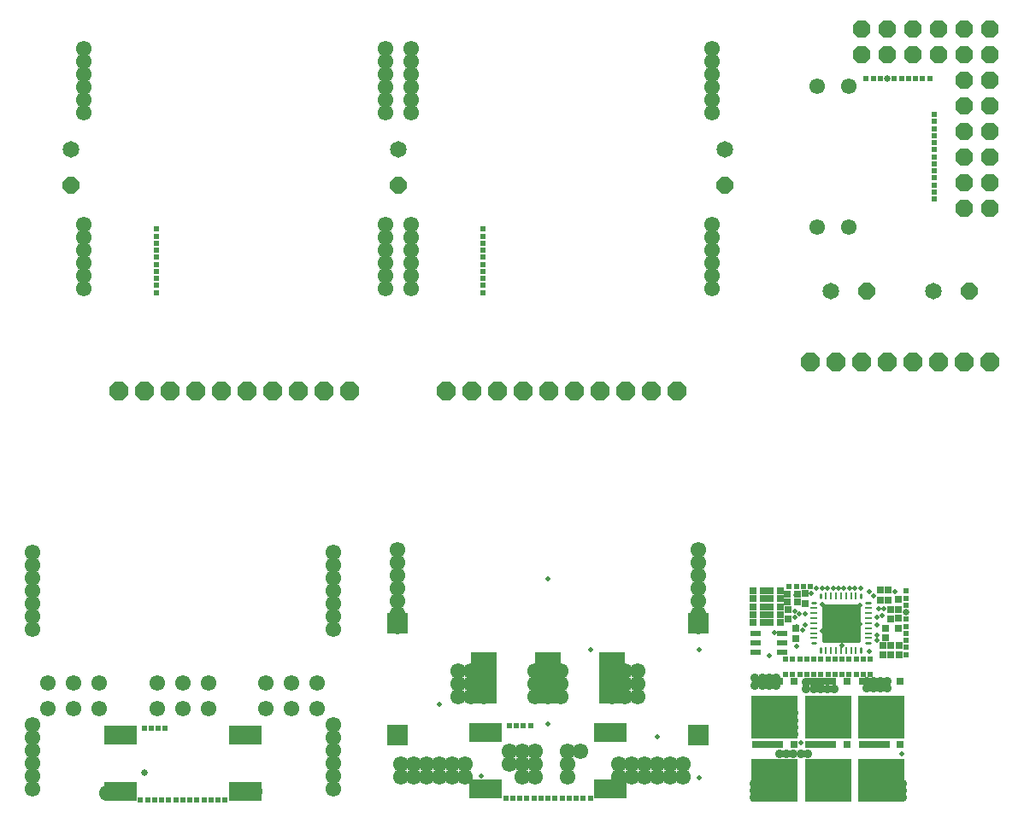
<source format=gbr>
G04 EAGLE Gerber RS-274X export*
G75*
%MOMM*%
%FSLAX34Y34*%
%LPD*%
%INSoldermask Bottom*%
%IPPOS*%
%AMOC8*
5,1,8,0,0,1.08239X$1,22.5*%
G01*
%ADD10C,0.280800*%
%ADD11R,0.280800X0.650800*%
%ADD12R,0.650800X0.280800*%
%ADD13C,0.225047*%
%ADD14R,4.550800X4.250800*%
%ADD15R,3.150800X0.750800*%
%ADD16R,0.750800X0.750800*%
%ADD17R,0.750800X0.650800*%
%ADD18R,0.650800X0.750800*%
%ADD19R,1.050800X0.550800*%
%ADD20P,1.787026X8X22.500000*%
%ADD21C,1.651000*%
%ADD22C,0.609600*%
%ADD23C,0.660400*%
%ADD24C,1.550800*%
%ADD25P,1.869504X8X22.500000*%
%ADD26P,1.869504X8X292.500000*%
%ADD27P,1.979475X8X112.500000*%
%ADD28P,1.787026X8X292.500000*%
%ADD29R,3.250800X1.850800*%
%ADD30R,2.590800X5.130800*%
%ADD31R,2.050800X2.050800*%
%ADD32C,0.504800*%
%ADD33C,0.875800*%
%ADD34C,0.654800*%


D10*
X843214Y262679D02*
X843214Y266379D01*
D11*
X838214Y264529D03*
X833214Y264529D03*
X828214Y264529D03*
X823214Y264529D03*
X818214Y264529D03*
X813214Y264529D03*
X808214Y264529D03*
D10*
X803214Y262679D02*
X803214Y266379D01*
X798064Y271529D02*
X794364Y271529D01*
D12*
X796214Y276529D03*
X796214Y281529D03*
X796214Y286529D03*
X796214Y291529D03*
X796214Y296529D03*
X796214Y301529D03*
X796214Y306529D03*
D10*
X794364Y311529D02*
X798064Y311529D01*
X803214Y316679D02*
X803214Y320379D01*
D11*
X808214Y318529D03*
X813214Y318529D03*
X818214Y318529D03*
X823214Y318529D03*
X828214Y318529D03*
X833214Y318529D03*
X838214Y318529D03*
D10*
X843214Y320379D02*
X843214Y316679D01*
X848364Y311529D02*
X852064Y311529D01*
D12*
X850214Y306529D03*
X850214Y301529D03*
X850214Y296529D03*
X850214Y291529D03*
X850214Y286529D03*
X850214Y281529D03*
X850214Y276529D03*
D10*
X852064Y271529D02*
X848364Y271529D01*
D13*
X840843Y273900D02*
X840843Y309158D01*
X840843Y273900D02*
X805585Y273900D01*
X805585Y309158D01*
X840843Y309158D01*
X840843Y276037D02*
X805585Y276037D01*
X805585Y278174D02*
X840843Y278174D01*
X840843Y280311D02*
X805585Y280311D01*
X805585Y282448D02*
X840843Y282448D01*
X840843Y284585D02*
X805585Y284585D01*
X805585Y286722D02*
X840843Y286722D01*
X840843Y288859D02*
X805585Y288859D01*
X805585Y290996D02*
X840843Y290996D01*
X840843Y293133D02*
X805585Y293133D01*
X805585Y295270D02*
X840843Y295270D01*
X840843Y297407D02*
X805585Y297407D01*
X805585Y299544D02*
X840843Y299544D01*
X840843Y301681D02*
X805585Y301681D01*
X805585Y303818D02*
X840843Y303818D01*
X840843Y305955D02*
X805585Y305955D01*
X805585Y308092D02*
X840843Y308092D01*
D14*
X757727Y135491D03*
D15*
X750727Y170991D03*
D16*
X776727Y170991D03*
D14*
X757727Y198229D03*
D15*
X750727Y233729D03*
D16*
X776727Y233729D03*
D14*
X810495Y198229D03*
D15*
X803495Y233729D03*
D16*
X829495Y233729D03*
D14*
X810495Y135491D03*
D15*
X803495Y170991D03*
D16*
X829495Y170991D03*
D14*
X863264Y135491D03*
D15*
X856264Y170991D03*
D16*
X882264Y170991D03*
D14*
X863264Y198229D03*
D15*
X856264Y233729D03*
D16*
X882264Y233729D03*
D17*
X862013Y323961D03*
X862013Y313961D03*
X872617Y305292D03*
X872617Y295292D03*
X880491Y315261D03*
X880491Y305261D03*
X880491Y296656D03*
X880491Y286656D03*
X867029Y276623D03*
X867029Y286623D03*
X869887Y323961D03*
X869887Y313961D03*
X872744Y259605D03*
X872744Y269605D03*
X787527Y320913D03*
X787527Y310913D03*
X864870Y259605D03*
X864870Y269605D03*
D18*
X753254Y307721D03*
X763254Y307721D03*
X736363Y299847D03*
X746363Y299847D03*
X763254Y299847D03*
X753254Y299847D03*
D17*
X770636Y305165D03*
X770636Y295165D03*
D18*
X753254Y323469D03*
X763254Y323469D03*
X736363Y323469D03*
X746363Y323469D03*
X763254Y291973D03*
X753254Y291973D03*
X746363Y315595D03*
X736363Y315595D03*
X746363Y307721D03*
X736363Y307721D03*
D19*
X765366Y281496D03*
X765366Y271996D03*
X765366Y262496D03*
X738366Y281496D03*
X738366Y271996D03*
X738366Y262496D03*
D18*
X746363Y291973D03*
X736363Y291973D03*
X763254Y315595D03*
X753254Y315595D03*
X780145Y320421D03*
X770145Y320421D03*
X770145Y312547D03*
X780145Y312547D03*
D20*
X849122Y620522D03*
D21*
X813562Y620522D03*
D20*
X950722Y620522D03*
D21*
X915162Y620522D03*
D22*
X810451Y255969D03*
X803466Y255969D03*
X796481Y255969D03*
X789496Y255969D03*
X782511Y255969D03*
X775526Y255969D03*
X768541Y255969D03*
X817436Y255969D03*
X824421Y255969D03*
X831406Y255969D03*
X838391Y255969D03*
X845376Y255969D03*
X852361Y255969D03*
X888175Y323279D03*
X888175Y316294D03*
X888175Y309309D03*
D23*
X888175Y302324D03*
D22*
X888175Y295339D03*
X888175Y288354D03*
X888175Y281369D03*
X888175Y274384D03*
X888175Y267399D03*
X888175Y260414D03*
X792988Y327597D03*
X786003Y327597D03*
X779018Y327597D03*
X772033Y327597D03*
X768541Y240919D03*
X775526Y240919D03*
X782511Y240919D03*
X789496Y240919D03*
X796481Y240919D03*
X803466Y240919D03*
X810451Y240919D03*
X817436Y240919D03*
X824421Y240919D03*
X831406Y240919D03*
X838391Y240919D03*
X845376Y240919D03*
X852361Y240919D03*
D17*
X778129Y276115D03*
X778129Y286115D03*
X880618Y259605D03*
X880618Y269605D03*
D22*
X915670Y753872D03*
X915670Y746887D03*
X915670Y739902D03*
X915670Y732917D03*
X915670Y725932D03*
X915670Y718947D03*
X915670Y711962D03*
X915670Y760857D03*
X915670Y767842D03*
X915670Y774827D03*
X915670Y781812D03*
X915670Y788797D03*
X915670Y795782D03*
X848360Y831596D03*
X855345Y831596D03*
X862330Y831596D03*
D23*
X869315Y831596D03*
D22*
X876300Y831596D03*
X883285Y831596D03*
X890270Y831596D03*
X897255Y831596D03*
X904240Y831596D03*
X911225Y831596D03*
D24*
X799592Y684276D03*
X831342Y684276D03*
X799592Y823468D03*
X831342Y823468D03*
D25*
X844042Y855472D03*
X844042Y880872D03*
X869442Y855472D03*
X869442Y880872D03*
X894842Y855472D03*
X894842Y880872D03*
X920242Y855472D03*
X920242Y880872D03*
D26*
X945642Y880872D03*
X971042Y880872D03*
X945642Y855472D03*
X971042Y855472D03*
X945642Y830072D03*
X971042Y830072D03*
X945642Y804672D03*
X971042Y804672D03*
X945642Y779272D03*
X971042Y779272D03*
X945642Y753872D03*
X971042Y753872D03*
X945642Y728472D03*
X971042Y728472D03*
X945642Y703072D03*
X971042Y703072D03*
D27*
X793242Y550672D03*
X818642Y550672D03*
X844042Y550672D03*
X869442Y550672D03*
X894842Y550672D03*
X920242Y550672D03*
X945642Y550672D03*
X971042Y550672D03*
D28*
X384556Y725932D03*
D21*
X384556Y761492D03*
D28*
X708406Y725932D03*
D21*
X708406Y761492D03*
D24*
X88900Y231775D03*
X63500Y231775D03*
X38100Y231775D03*
D29*
X471551Y183194D03*
X471551Y127194D03*
X594995Y182940D03*
X594995Y126940D03*
D22*
X491236Y117983D03*
X498221Y117983D03*
X505206Y117983D03*
X512191Y117983D03*
X519176Y117983D03*
X526161Y117983D03*
X533146Y117983D03*
X540131Y117983D03*
X547116Y117983D03*
X554101Y117983D03*
X561086Y117983D03*
X568071Y117983D03*
X575056Y117983D03*
X494729Y189611D03*
X501714Y189611D03*
X508699Y189611D03*
X515684Y189611D03*
D30*
X469646Y237236D03*
X533146Y237236D03*
X596646Y237236D03*
D31*
X682371Y291211D03*
X383921Y291211D03*
X383921Y180086D03*
X682371Y180086D03*
D29*
X109601Y124654D03*
X109601Y180654D03*
X233299Y124654D03*
X233299Y180654D03*
D22*
X129540Y115697D03*
X136525Y115697D03*
X143510Y115697D03*
X150495Y115697D03*
X157480Y115697D03*
X164465Y115697D03*
X171450Y115697D03*
X178435Y115697D03*
X185420Y115697D03*
X192405Y115697D03*
X199390Y115697D03*
X206375Y115697D03*
X213360Y115697D03*
X133033Y187325D03*
X140018Y187325D03*
X147003Y187325D03*
X153988Y187325D03*
D24*
X38100Y206375D03*
X63500Y206375D03*
X88900Y206375D03*
X146050Y206375D03*
X171450Y206375D03*
X196850Y206375D03*
X196850Y231775D03*
X171450Y231775D03*
X146050Y231775D03*
X304800Y231775D03*
X279400Y231775D03*
X254000Y231775D03*
X254000Y206375D03*
X279400Y206375D03*
X304800Y206375D03*
D28*
X60706Y725932D03*
D21*
X60706Y761492D03*
D27*
X108331Y521462D03*
X133731Y521462D03*
X159131Y521462D03*
X184531Y521462D03*
X209931Y521462D03*
X235331Y521462D03*
X260731Y521462D03*
X286131Y521462D03*
X311531Y521462D03*
X336931Y521462D03*
X432181Y521462D03*
X457581Y521462D03*
X482981Y521462D03*
X508381Y521462D03*
X533781Y521462D03*
X559181Y521462D03*
X584581Y521462D03*
X609981Y521462D03*
X635381Y521462D03*
X660781Y521462D03*
D22*
X144907Y682244D03*
X144907Y675259D03*
X144907Y668274D03*
X144907Y661289D03*
X144907Y654304D03*
X144907Y647319D03*
X144907Y640334D03*
X144907Y633349D03*
X144907Y626364D03*
X144907Y619379D03*
X468757Y682244D03*
X468757Y675259D03*
X468757Y668274D03*
X468757Y661289D03*
X468757Y654304D03*
X468757Y647319D03*
X468757Y640334D03*
X468757Y633349D03*
X468757Y626364D03*
X468757Y619379D03*
D32*
X762580Y271805D03*
X736266Y292069D03*
X842671Y325946D03*
X799239Y325958D03*
X867029Y286228D03*
X753889Y291973D03*
X864870Y269605D03*
X872744Y269605D03*
X862013Y313961D03*
X869887Y313961D03*
X736363Y315595D03*
X804734Y310009D03*
X841693Y290449D03*
X823214Y291529D03*
X841693Y308814D03*
X804736Y284099D03*
X751967Y258890D03*
X778447Y319215D03*
X824040Y269558D03*
X746363Y291973D03*
X738366Y271805D03*
X804668Y325958D03*
X867029Y276623D03*
X880491Y315261D03*
X872617Y305292D03*
X879285Y296846D03*
X864870Y259605D03*
X794178Y320913D03*
D33*
X745173Y236855D03*
X752094Y236855D03*
X759016Y236855D03*
X738251Y236855D03*
X745173Y229934D03*
X752094Y229934D03*
X759016Y229934D03*
X738251Y229934D03*
X769430Y161925D03*
X776351Y161925D03*
X783273Y161925D03*
X762508Y161925D03*
X790194Y161925D03*
X776605Y202121D03*
X769684Y202121D03*
X769684Y181356D03*
X776605Y188278D03*
X769684Y188278D03*
X776605Y181356D03*
X776605Y195199D03*
X763715Y198628D03*
X769684Y195199D03*
X763715Y191707D03*
D32*
X829495Y233729D03*
D33*
X799910Y188278D03*
X806831Y188278D03*
X813753Y188278D03*
X792988Y188278D03*
X799910Y181356D03*
X806831Y181356D03*
X813753Y181356D03*
X792988Y181356D03*
X820674Y181356D03*
X820674Y188278D03*
X827596Y181356D03*
X827596Y188278D03*
X844296Y202121D03*
X851218Y202121D03*
X851218Y181356D03*
X844296Y188278D03*
X851218Y188278D03*
X844296Y181356D03*
X844296Y195199D03*
X857187Y198628D03*
X851218Y195199D03*
X857187Y191707D03*
X855345Y233617D03*
X862267Y233617D03*
X869188Y233617D03*
X848424Y233617D03*
X855345Y226695D03*
X862267Y226695D03*
X869188Y226695D03*
X848424Y226695D03*
D32*
X753952Y299911D03*
D24*
X371856Y861187D03*
X371856Y848487D03*
X371856Y835787D03*
X371856Y823087D03*
X371856Y810387D03*
X371856Y797687D03*
X397256Y797687D03*
X397256Y810387D03*
X397256Y823087D03*
X397256Y835787D03*
X397256Y848487D03*
X397256Y861187D03*
X695706Y861187D03*
X695706Y848487D03*
X695706Y835787D03*
X695706Y823087D03*
X695706Y810387D03*
X695706Y797687D03*
X73406Y861187D03*
X73406Y848487D03*
X73406Y835787D03*
X73406Y823087D03*
X73406Y810387D03*
X73406Y797687D03*
D32*
X763254Y323469D03*
X763254Y307721D03*
X753254Y315595D03*
X851662Y263081D03*
X855948Y318798D03*
X837242Y325958D03*
X777295Y297477D03*
X782120Y300329D03*
X815526Y325958D03*
X810097Y325947D03*
X787549Y300237D03*
X872617Y295292D03*
X863979Y299321D03*
X858584Y297039D03*
X860489Y306024D03*
X788277Y289369D03*
X858593Y279513D03*
X785682Y284286D03*
X858584Y274084D03*
X831813Y325958D03*
X858563Y289832D03*
X865918Y306024D03*
X826384Y325958D03*
X820955Y325958D03*
X877093Y322279D03*
X738366Y262305D03*
X746363Y307721D03*
X765366Y262305D03*
X746363Y315595D03*
X851751Y322279D03*
X779336Y268177D03*
X757207Y282321D03*
X784005Y172723D03*
D33*
X750697Y132461D03*
X736854Y125540D03*
X743776Y132461D03*
X736854Y118618D03*
X736854Y132461D03*
X743776Y118618D03*
X743776Y125540D03*
X750697Y118618D03*
X750697Y125540D03*
X884111Y132461D03*
X870268Y125540D03*
X877189Y132461D03*
X870268Y118618D03*
X870268Y132461D03*
X877189Y118618D03*
X877189Y125540D03*
X884111Y118618D03*
X884111Y125540D03*
D32*
X883285Y161798D03*
D33*
X795909Y232918D03*
X802831Y232918D03*
X816674Y225997D03*
X788988Y232918D03*
X795909Y225997D03*
X802831Y225997D03*
X809752Y225997D03*
X788988Y225997D03*
D32*
X779510Y287782D03*
X777295Y303182D03*
X880618Y269605D03*
X425196Y211111D03*
D24*
X469646Y218186D03*
X456946Y218186D03*
X444246Y230886D03*
X469646Y230886D03*
X444246Y218186D03*
X456946Y230886D03*
X444246Y243586D03*
X469646Y243586D03*
X456946Y243586D03*
D32*
X467323Y139635D03*
D24*
X387096Y138811D03*
X399796Y138811D03*
X412496Y138811D03*
X425196Y138811D03*
X437896Y138811D03*
X450596Y138811D03*
X450596Y151511D03*
X437896Y151511D03*
X425196Y151511D03*
X412496Y151511D03*
X399796Y151511D03*
X387096Y151511D03*
X564896Y164338D03*
X495046Y151511D03*
X507746Y151511D03*
X520446Y151511D03*
X507746Y138811D03*
X520446Y138811D03*
X552196Y151511D03*
X552196Y138811D03*
X495046Y164211D03*
X507746Y164211D03*
X520446Y164211D03*
X552196Y164211D03*
D32*
X575146Y265111D03*
X533146Y191135D03*
D24*
X533146Y230886D03*
X533146Y218186D03*
X520446Y218186D03*
X520446Y230886D03*
X533146Y243586D03*
X520446Y243586D03*
X545846Y243586D03*
X545846Y230886D03*
X545846Y218186D03*
D32*
X683096Y265111D03*
X641096Y178435D03*
D24*
X609346Y230886D03*
X609346Y218186D03*
X596646Y230886D03*
X596646Y243586D03*
X609346Y243586D03*
X622046Y243586D03*
X622046Y230886D03*
X622046Y218186D03*
X596646Y218186D03*
D32*
X683096Y138111D03*
D24*
X602996Y138811D03*
X602996Y151511D03*
X615696Y151511D03*
X628396Y151511D03*
X641096Y151511D03*
X653796Y151511D03*
X666496Y151511D03*
X666496Y138811D03*
X653796Y138811D03*
X641096Y138811D03*
X628396Y138811D03*
X615696Y138811D03*
D32*
X533146Y335661D03*
D24*
X682371Y288036D03*
X682371Y300736D03*
X682371Y313436D03*
X682371Y326136D03*
X682371Y338836D03*
X682371Y351536D03*
X682371Y364236D03*
X383921Y364236D03*
X383921Y351536D03*
X383921Y338836D03*
X383921Y326136D03*
X383921Y313436D03*
X383921Y300736D03*
X383921Y288036D03*
X320675Y349250D03*
X320675Y361950D03*
X22225Y361950D03*
X22225Y349250D03*
X320675Y336550D03*
X320675Y323850D03*
X320675Y311150D03*
X320675Y298450D03*
X320675Y285750D03*
X22225Y336550D03*
X22225Y323850D03*
X22225Y311150D03*
X22225Y298450D03*
X22225Y285750D03*
D34*
X133350Y142875D03*
X236474Y119574D03*
D24*
X320675Y139700D03*
X320675Y127000D03*
X22225Y139700D03*
X22225Y127000D03*
X320675Y152400D03*
X320675Y165100D03*
X320675Y177800D03*
X320675Y190500D03*
X22225Y152400D03*
X22225Y165100D03*
X22225Y177800D03*
X22225Y190500D03*
X95758Y123063D03*
X108331Y123190D03*
X242697Y124841D03*
X229870Y124206D03*
X695706Y623062D03*
X695706Y635762D03*
X695706Y648462D03*
X695706Y661162D03*
X695706Y673862D03*
X695706Y686562D03*
X73406Y623062D03*
X73406Y635762D03*
X73406Y648462D03*
X73406Y661162D03*
X73406Y673862D03*
X73406Y686562D03*
X371856Y623062D03*
X371856Y635762D03*
X371856Y648462D03*
X371856Y661162D03*
X371856Y673862D03*
X371856Y686562D03*
X397256Y623062D03*
X397256Y635762D03*
X397256Y648462D03*
X397256Y661162D03*
X397256Y673862D03*
X397256Y686562D03*
M02*

</source>
